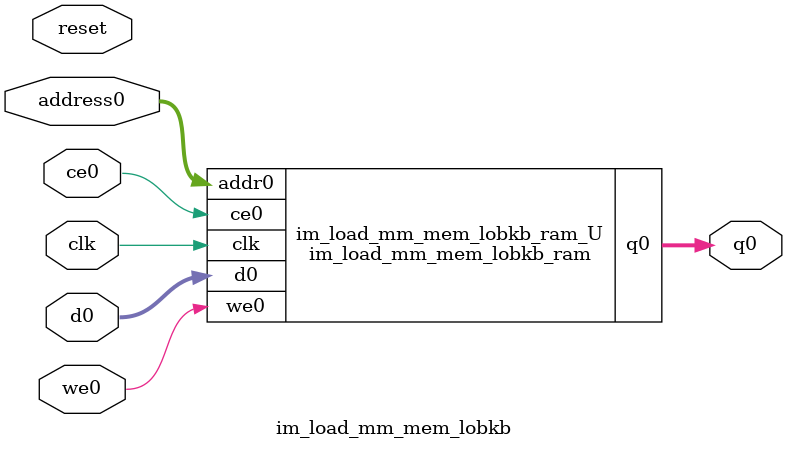
<source format=v>
`timescale 1 ns / 1 ps
module im_load_mm_mem_lobkb_ram (addr0, ce0, d0, we0, q0,  clk);

parameter DWIDTH = 8;
parameter AWIDTH = 10;
parameter MEM_SIZE = 640;

input[AWIDTH-1:0] addr0;
input ce0;
input[DWIDTH-1:0] d0;
input we0;
output reg[DWIDTH-1:0] q0;
input clk;

(* ram_style = "block" *)reg [DWIDTH-1:0] ram[0:MEM_SIZE-1];




always @(posedge clk)  
begin 
    if (ce0) begin
        if (we0) 
            ram[addr0] <= d0; 
        q0 <= ram[addr0];
    end
end


endmodule

`timescale 1 ns / 1 ps
module im_load_mm_mem_lobkb(
    reset,
    clk,
    address0,
    ce0,
    we0,
    d0,
    q0);

parameter DataWidth = 32'd8;
parameter AddressRange = 32'd640;
parameter AddressWidth = 32'd10;
input reset;
input clk;
input[AddressWidth - 1:0] address0;
input ce0;
input we0;
input[DataWidth - 1:0] d0;
output[DataWidth - 1:0] q0;



im_load_mm_mem_lobkb_ram im_load_mm_mem_lobkb_ram_U(
    .clk( clk ),
    .addr0( address0 ),
    .ce0( ce0 ),
    .we0( we0 ),
    .d0( d0 ),
    .q0( q0 ));

endmodule


</source>
